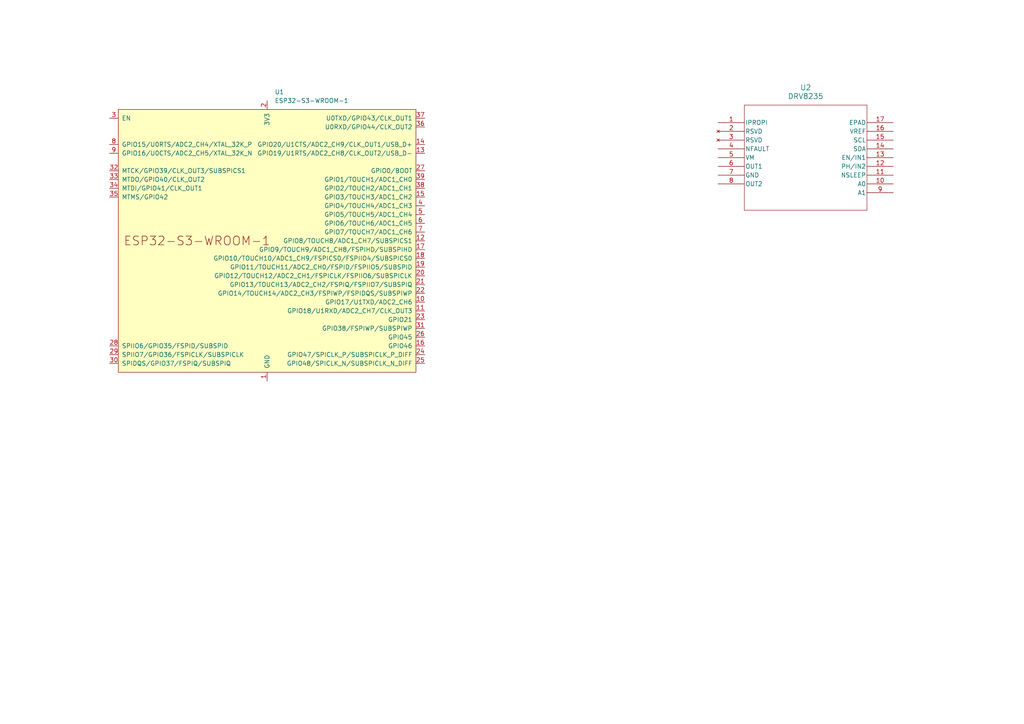
<source format=kicad_sch>
(kicad_sch (version 20231120) (generator "eeschema") (generator_version "8.0")
  (paper "A4")
  (lib_symbols
    (symbol "Driver_Motor:DRV8235" (pin_names (offset 0.254))
      (property "Reference" "U" (at 25.4 10.16 0))
      (property "Value" "DRV8235" (at 25.4 7.62 0))
      (symbol "DRV8235_0_1"
        (polyline (pts (xy 7.62 -25.4) (xy 43.18 -25.4)) (stroke (width 0.127)))
        (polyline (pts (xy 7.62 5.08) (xy 7.62 -25.4)) (stroke (width 0.127)))
        (polyline (pts (xy 43.18 -25.4) (xy 43.18 5.08)) (stroke (width 0.127)))
        (polyline (pts (xy 43.18 5.08) (xy 7.62 5.08)) (stroke (width 0.127)))
        (pin power_in line (at 0 0 0) (length 7.62) (name "IPROPI") (number "1"))
        (pin input line (at 50.8 -17.78 180) (length 7.62) (name "A0") (number "10"))
        (pin input line (at 50.8 -15.24 180) (length 7.62) (name "NSLEEP") (number "11"))
        (pin input line (at 50.8 -12.7 180) (length 7.62) (name "PH/IN2") (number "12"))
        (pin input line (at 50.8 -10.16 180) (length 7.62) (name "EN/IN1") (number "13"))
        (pin input line (at 50.8 -7.62 180) (length 7.62) (name "SDA") (number "14"))
        (pin input line (at 50.8 -5.08 180) (length 7.62) (name "SCL") (number "15"))
        (pin input line (at 50.8 -2.54 180) (length 7.62) (name "VREF") (number "16"))
        (pin power_out line (at 50.8 0 180) (length 7.62) (name "EPAD") (number "17"))
        (pin no_connect line (at 0 -2.54 0) (length 7.62) (name "RSVD") (number "2"))
        (pin no_connect line (at 0 -5.08 0) (length 7.62) (name "RSVD") (number "3"))
        (pin output line (at 0 -7.62 0) (length 7.62) (name "NFAULT") (number "4"))
        (pin power_in line (at 0 -10.16 0) (length 7.62) (name "VM") (number "5"))
        (pin output line (at 0 -12.7 0) (length 7.62) (name "OUT1") (number "6"))
        (pin power_out line (at 0 -15.24 0) (length 7.62) (name "GND") (number "7"))
        (pin output line (at 0 -17.78 0) (length 7.62) (name "OUT2") (number "8"))
        (pin input line (at 50.8 -20.32 180) (length 7.62) (name "A1") (number "9"))
      )
    )
    (symbol "Espressif:ESP32-S3-WROOM-1" (pin_names (offset 1.016))
      (property "Reference" "U" (at -43.18 43.18 0))
      (property "Value" "ESP32-S3-WROOM-1" (at -43.18 40.64 0))
      (symbol "ESP32-S3-WROOM-1_0_0"
        (text "ESP32-S3-WROOM-1" (at -20.32 0 0) (effects (font (size 2.54 2.54))))
        (pin power_in line (at 0 -40.64 90) (length 2.54) (name "GND") (number "1"))
        (pin bidirectional line (at 45.72 -17.78 180) (length 2.54) (name "GPIO17/U1TXD/ADC2_CH6") (number "10"))
        (pin bidirectional line (at 45.72 -20.32 180) (length 2.54) (name "GPIO18/U1RXD/ADC2_CH7/CLK_OUT3") (number "11"))
        (pin bidirectional line (at 45.72 0 180) (length 2.54) (name "GPIO8/TOUCH8/ADC1_CH7/SUBSPICS1") (number "12"))
        (pin bidirectional line (at 45.72 25.4 180) (length 2.54) (name "GPIO19/U1RTS/ADC2_CH8/CLK_OUT2/USB_D-") (number "13"))
        (pin bidirectional line (at 45.72 27.94 180) (length 2.54) (name "GPIO20/U1CTS/ADC2_CH9/CLK_OUT1/USB_D+") (number "14"))
        (pin bidirectional line (at 45.72 12.7 180) (length 2.54) (name "GPIO3/TOUCH3/ADC1_CH2") (number "15"))
        (pin bidirectional line (at 45.72 -30.48 180) (length 2.54) (name "GPIO46") (number "16"))
        (pin bidirectional line (at 45.72 -2.54 180) (length 2.54) (name "GPIO9/TOUCH9/ADC1_CH8/FSPIHD/SUBSPIHD") (number "17"))
        (pin bidirectional line (at 45.72 -5.08 180) (length 2.54) (name "GPIO10/TOUCH10/ADC1_CH9/FSPICS0/FSPIIO4/SUBSPICS0") (number "18"))
        (pin bidirectional line (at 45.72 -7.62 180) (length 2.54) (name "GPIO11/TOUCH11/ADC2_CH0/FSPID/FSPIIO5/SUBSPID") (number "19"))
        (pin power_in line (at 0 40.64 270) (length 2.54) (name "3V3") (number "2"))
        (pin bidirectional line (at 45.72 -10.16 180) (length 2.54) (name "GPIO12/TOUCH12/ADC2_CH1/FSPICLK/FSPIIO6/SUBSPICLK") (number "20"))
        (pin bidirectional line (at 45.72 -12.7 180) (length 2.54) (name "GPIO13/TOUCH13/ADC2_CH2/FSPIQ/FSPIIO7/SUBSPIQ") (number "21"))
        (pin bidirectional line (at 45.72 -15.24 180) (length 2.54) (name "GPIO14/TOUCH14/ADC2_CH3/FSPIWP/FSPIDQS/SUBSPIWP") (number "22"))
        (pin bidirectional line (at 45.72 -22.86 180) (length 2.54) (name "GPIO21") (number "23"))
        (pin bidirectional line (at 45.72 -33.02 180) (length 2.54) (name "GPIO47/SPICLK_P/SUBSPICLK_P_DIFF") (number "24"))
        (pin bidirectional line (at 45.72 -35.56 180) (length 2.54) (name "GPIO48/SPICLK_N/SUBSPICLK_N_DIFF") (number "25"))
        (pin bidirectional line (at 45.72 -27.94 180) (length 2.54) (name "GPIO45") (number "26"))
        (pin bidirectional line (at 45.72 20.32 180) (length 2.54) (name "GPIO0/BOOT") (number "27"))
        (pin bidirectional line (at -45.72 -30.48 0) (length 2.54) (name "SPIIO6/GPIO35/FSPID/SUBSPID") (number "28"))
        (pin bidirectional line (at -45.72 -33.02 0) (length 2.54) (name "SPIIO7/GPIO36/FSPICLK/SUBSPICLK") (number "29"))
        (pin input line (at -45.72 35.56 0) (length 2.54) (name "EN") (number "3"))
        (pin bidirectional line (at -45.72 -35.56 0) (length 2.54) (name "SPIDQS/GPIO37/FSPIQ/SUBSPIQ") (number "30"))
        (pin bidirectional line (at 45.72 -25.4 180) (length 2.54) (name "GPIO38/FSPIWP/SUBSPIWP") (number "31"))
        (pin bidirectional line (at -45.72 20.32 0) (length 2.54) (name "MTCK/GPIO39/CLK_OUT3/SUBSPICS1") (number "32"))
        (pin bidirectional line (at -45.72 17.78 0) (length 2.54) (name "MTDO/GPIO40/CLK_OUT2") (number "33"))
        (pin bidirectional line (at -45.72 15.24 0) (length 2.54) (name "MTDI/GPIO41/CLK_OUT1") (number "34"))
        (pin bidirectional line (at -45.72 12.7 0) (length 2.54) (name "MTMS/GPIO42") (number "35"))
        (pin bidirectional line (at 45.72 33.02 180) (length 2.54) (name "U0RXD/GPIO44/CLK_OUT2") (number "36"))
        (pin bidirectional line (at 45.72 35.56 180) (length 2.54) (name "U0TXD/GPIO43/CLK_OUT1") (number "37"))
        (pin bidirectional line (at 45.72 15.24 180) (length 2.54) (name "GPIO2/TOUCH2/ADC1_CH1") (number "38"))
        (pin bidirectional line (at 45.72 17.78 180) (length 2.54) (name "GPIO1/TOUCH1/ADC1_CH0") (number "39"))
        (pin bidirectional line (at 45.72 10.16 180) (length 2.54) (name "GPIO4/TOUCH4/ADC1_CH3") (number "4"))
        (pin passive line (at 0 -40.64 90) (length 2.54) hide (name "GND") (number "40"))
        (pin passive line (at 0 -40.64 90) (length 2.54) hide (name "GND") (number "41"))
        (pin bidirectional line (at 45.72 7.62 180) (length 2.54) (name "GPIO5/TOUCH5/ADC1_CH4") (number "5"))
        (pin bidirectional line (at 45.72 5.08 180) (length 2.54) (name "GPIO6/TOUCH6/ADC1_CH5") (number "6"))
        (pin bidirectional line (at 45.72 2.54 180) (length 2.54) (name "GPIO7/TOUCH7/ADC1_CH6") (number "7"))
        (pin bidirectional line (at -45.72 27.94 0) (length 2.54) (name "GPIO15/U0RTS/ADC2_CH4/XTAL_32K_P") (number "8"))
        (pin bidirectional line (at -45.72 25.4 0) (length 2.54) (name "GPIO16/U0CTS/ADC2_CH5/XTAL_32K_N") (number "9"))
      )
      (symbol "ESP32-S3-WROOM-1_0_1"
        (rectangle (start -43.18 38.1) (end 43.18 -38.1) (fill (type background)))
      )
    )
  )
  (symbol (lib_id "Espressif:ESP32-S3-WROOM-1") (at 77.47 69.85 0) (unit 1)
    (property "Reference" "U1" (at 79.6641 26.67 0) (effects (justify left)))
    (property "Value" "ESP32-S3-WROOM-1" (at 79.6641 29.21 0) (effects (justify left)))
    (property "Footprint" "Espressif:ESP32-S3-WROOM-1" (effects (hide yes)))
    (property "Datasheet" "https://www.espressif.com/sites/default/files/documentation/esp32-s3-wroom-1_wroom-1u_datasheet_en.pdf" (effects (hide yes)))
    (property "Description" "2.4 GHz WiFi (802.11 b/g/n) and Bluetooth ® 5 (LE) module Built around ESP32S3 series of SoCs, Xtensa ® dualcore 32bit LX7 microprocessor Flash up to 16 MB, PSRAM up to 8 MB 36 GPIOs, rich set of peripherals Onboard PCB antenna" (effects (hide yes)))
  )
  (symbol (lib_id "Driver_Motor:DRV8235") (at 208.28 35.56 0) (unit 1)
    (property "Reference" "U2" (at 233.68 25.4 0) (effects (font (size 1.524 1.524))))
    (property "Value" "DRV8235" (at 233.68 27.94 0) (effects (font (size 1.524 1.524))))
    (property "Footprint" "WQFN16_RTE_TEX" (effects (hide yes)))
    (property "Datasheet" "DRV8235RTER" (effects (hide yes)))
  )
)
</source>
